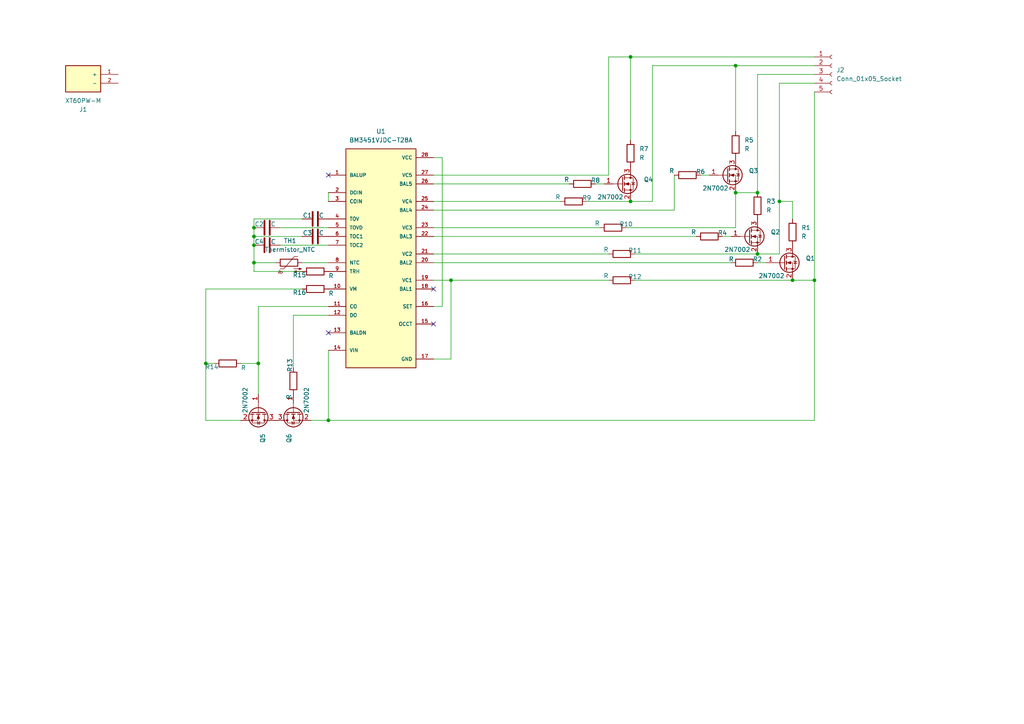
<source format=kicad_sch>
(kicad_sch (version 20250114) (generator "eeschema") (generator_version "9.0")
  (paper "A4")
  (lib_symbols
    (symbol "BM3451VJDC-T28A:BM3451VJDC-T28A" (pin_names (offset 1.016))
      (property "Reference" "U" (at -10.16 31.242 0))
      (property "Value" "BM3451VJDC-T28A" (at -10.16 -35.56 0))
      (symbol "BM3451VJDC-T28A_0_0"
        (rectangle (start -10.16 -33.02) (end 10.16 30.48) (stroke (width 0.254)) (fill (type background)))
        (pin passive line (at -15.24 22.86 0) (length 5.08) (name "BALUP") (number "1"))
        (pin passive line (at -15.24 17.78 0) (length 5.08) (name "DOIN") (number "2"))
        (pin passive line (at -15.24 15.24 0) (length 5.08) (name "COIN") (number "3"))
        (pin passive line (at -15.24 10.16 0) (length 5.08) (name "TOV") (number "4"))
        (pin passive line (at -15.24 7.62 0) (length 5.08) (name "TOVD") (number "5"))
        (pin passive line (at -15.24 5.08 0) (length 5.08) (name "TOC1") (number "6"))
        (pin passive line (at -15.24 2.54 0) (length 5.08) (name "TOC2") (number "7"))
        (pin passive line (at -15.24 -2.54 0) (length 5.08) (name "NTC") (number "8"))
        (pin passive line (at -15.24 -5.08 0) (length 5.08) (name "TRH") (number "9"))
        (pin passive line (at -15.24 -10.16 0) (length 5.08) (name "VM") (number "10"))
        (pin output line (at -15.24 -15.24 0) (length 5.08) (name "CO") (number "11"))
        (pin output line (at -15.24 -17.78 0) (length 5.08) (name "DO") (number "12"))
        (pin passive line (at -15.24 -22.86 0) (length 5.08) (name "BALDN") (number "13"))
        (pin input line (at -15.24 -27.94 0) (length 5.08) (name "VIN") (number "14"))
        (pin power_in line (at 15.24 27.94 180) (length 5.08) (name "VCC") (number "28"))
        (pin input line (at 15.24 22.86 180) (length 5.08) (name "VC5") (number "27"))
        (pin passive line (at 15.24 20.32 180) (length 5.08) (name "BAL5") (number "26"))
        (pin input line (at 15.24 15.24 180) (length 5.08) (name "VC4") (number "25"))
        (pin passive line (at 15.24 12.7 180) (length 5.08) (name "BAL4") (number "24"))
        (pin input line (at 15.24 7.62 180) (length 5.08) (name "VC3") (number "23"))
        (pin passive line (at 15.24 5.08 180) (length 5.08) (name "BAL3") (number "22"))
        (pin input line (at 15.24 0 180) (length 5.08) (name "VC2") (number "21"))
        (pin passive line (at 15.24 -2.54 180) (length 5.08) (name "BAL2") (number "20"))
        (pin input line (at 15.24 -7.62 180) (length 5.08) (name "VC1") (number "19"))
        (pin passive line (at 15.24 -10.16 180) (length 5.08) (name "BAL1") (number "18"))
        (pin passive line (at 15.24 -15.24 180) (length 5.08) (name "SET") (number "16"))
        (pin passive line (at 15.24 -20.32 180) (length 5.08) (name "OCCT") (number "15"))
        (pin power_in line (at 15.24 -30.48 180) (length 5.08) (name "GND") (number "17"))
      )
    )
    (symbol "Connector:Conn_01x05_Socket" (pin_names (offset 1.016) (hide yes))
      (property "Reference" "J" (at 0 7.62 0))
      (property "Value" "Conn_01x05_Socket" (at 0 -7.62 0))
      (symbol "Conn_01x05_Socket_1_1"
        (polyline (pts (xy -1.27 5.08) (xy -0.508 5.08)) (stroke (width 0.1524)))
        (polyline (pts (xy -1.27 2.54) (xy -0.508 2.54)) (stroke (width 0.1524)))
        (polyline (pts (xy -1.27 0) (xy -0.508 0)) (stroke (width 0.1524)))
        (polyline (pts (xy -1.27 -2.54) (xy -0.508 -2.54)) (stroke (width 0.1524)))
        (polyline (pts (xy -1.27 -5.08) (xy -0.508 -5.08)) (stroke (width 0.1524)))
        (arc (start 0 4.572) (mid -0.5058 5.08) (end 0 5.588) (stroke (width 0.1524)))
        (arc (start 0 2.032) (mid -0.5058 2.54) (end 0 3.048) (stroke (width 0.1524)))
        (arc (start 0 -0.508) (mid -0.5058 0) (end 0 0.508) (stroke (width 0.1524)))
        (arc (start 0 -3.048) (mid -0.5058 -2.54) (end 0 -2.032) (stroke (width 0.1524)))
        (arc (start 0 -5.588) (mid -0.5058 -5.08) (end 0 -4.572) (stroke (width 0.1524)))
        (pin passive line (at -5.08 5.08 0) (length 3.81) (name "Pin_1") (number "1"))
        (pin passive line (at -5.08 2.54 0) (length 3.81) (name "Pin_2") (number "2"))
        (pin passive line (at -5.08 0 0) (length 3.81) (name "Pin_3") (number "3"))
        (pin passive line (at -5.08 -2.54 0) (length 3.81) (name "Pin_4") (number "4"))
        (pin passive line (at -5.08 -5.08 0) (length 3.81) (name "Pin_5") (number "5"))
      )
    )
    (symbol "Device:C" (pin_numbers (hide yes)) (pin_names (offset 0.254))
      (property "Reference" "C" (at 0.635 2.54 0))
      (property "Value" "C" (at 0.635 -2.54 0))
      (symbol "C_0_1"
        (polyline (pts (xy -2.032 0.762) (xy 2.032 0.762)) (stroke (width 0.508)))
        (polyline (pts (xy -2.032 -0.762) (xy 2.032 -0.762)) (stroke (width 0.508)))
      )
      (symbol "C_1_1"
        (pin passive line (at 0 3.81 270) (length 2.794) (name "~") (number "1"))
        (pin passive line (at 0 -3.81 90) (length 2.794) (name "~") (number "2"))
      )
    )
    (symbol "Device:R" (pin_numbers (hide yes)) (pin_names (offset 0))
      (property "Reference" "R" (at 2.032 0 90))
      (property "Value" "R" (at 0 0 90))
      (symbol "R_0_1"
        (rectangle (start -1.016 -2.54) (end 1.016 2.54) (stroke (width 0.254)))
      )
      (symbol "R_1_1"
        (pin passive line (at 0 3.81 270) (length 1.27) (name "~") (number "1"))
        (pin passive line (at 0 -3.81 90) (length 1.27) (name "~") (number "2"))
      )
    )
    (symbol "Device:Thermistor_NTC" (pin_numbers (hide yes)) (pin_names (offset 0))
      (property "Reference" "TH" (at -4.445 0 90))
      (property "Value" "Thermistor_NTC" (at 3.175 0 90))
      (symbol "Thermistor_NTC_0_1"
        (arc (start -3.175 2.413) (mid -3.0506 2.3165) (end -3.048 2.159))
        (arc (start -3.048 2.794) (mid -2.9736 2.9736) (end -2.794 3.048))
        (arc (start -2.794 3.048) (mid -2.6144 2.9736) (end -2.54 2.794))
        (arc (start -2.794 2.54) (mid -2.9736 2.6144) (end -3.048 2.794))
        (arc (start -2.794 1.905) (mid -2.9736 1.9794) (end -3.048 2.159))
        (arc (start -2.54 2.159) (mid -2.6144 1.9794) (end -2.794 1.905))
        (arc (start -2.159 2.794) (mid -2.434 2.5608) (end -2.794 2.54))
        (polyline (pts (xy -2.54 2.159) (xy -2.54 2.794)))
        (polyline (pts (xy -2.54 -3.683) (xy -2.54 -1.397) (xy -2.794 -2.159) (xy -2.286 -2.159) (xy -2.54 -1.397) (xy -2.54 -1.651)) (fill (type outline)))
        (polyline (pts (xy -1.778 2.54) (xy -1.778 1.524) (xy 1.778 -1.524) (xy 1.778 -2.54)))
        (polyline (pts (xy -1.778 -1.397) (xy -1.778 -3.683) (xy -2.032 -2.921) (xy -1.524 -2.921) (xy -1.778 -3.683) (xy -1.778 -3.429)) (fill (type outline)))
        (rectangle (start -1.016 2.54) (end 1.016 -2.54) (stroke (width 0.254)))
      )
      (symbol "Thermistor_NTC_1_1"
        (pin passive line (at 0 3.81 270) (length 1.27) (name "~") (number "1"))
        (pin passive line (at 0 -3.81 90) (length 1.27) (name "~") (number "2"))
      )
    )
    (symbol "Transistor_FET:2N7002" (pin_names (hide yes))
      (property "Reference" "Q" (at 5.08 1.905 0))
      (property "Value" "2N7002" (at 5.08 0 0))
      (symbol "2N7002_0_1"
        (polyline (pts (xy 0.254 1.905) (xy 0.254 -1.905)) (stroke (width 0.254)))
        (polyline (pts (xy 0.254 0) (xy -2.54 0)))
        (polyline (pts (xy 0.762 2.286) (xy 0.762 1.27)) (stroke (width 0.254)))
        (polyline (pts (xy 0.762 0.508) (xy 0.762 -0.508)) (stroke (width 0.254)))
        (polyline (pts (xy 0.762 -1.27) (xy 0.762 -2.286)) (stroke (width 0.254)))
        (polyline (pts (xy 0.762 -1.778) (xy 3.302 -1.778) (xy 3.302 1.778) (xy 0.762 1.778)))
        (polyline (pts (xy 1.016 0) (xy 2.032 0.381) (xy 2.032 -0.381) (xy 1.016 0)) (fill (type outline)))
        (circle (center 1.651 0) (radius 2.794) (stroke (width 0.254)))
        (polyline (pts (xy 2.54 2.54) (xy 2.54 1.778)))
        (circle (center 2.54 1.778) (radius 0.254) (fill (type outline)))
        (circle (center 2.54 -1.778) (radius 0.254) (fill (type outline)))
        (polyline (pts (xy 2.54 -2.54) (xy 2.54 0) (xy 0.762 0)))
        (polyline (pts (xy 2.794 0.508) (xy 2.921 0.381) (xy 3.683 0.381) (xy 3.81 0.254)))
        (polyline (pts (xy 3.302 0.381) (xy 2.921 -0.254) (xy 3.683 -0.254) (xy 3.302 0.381)))
      )
      (symbol "2N7002_1_1"
        (pin input line (at -5.08 0 0) (length 2.54) (name "G") (number "1"))
        (pin passive line (at 2.54 5.08 270) (length 2.54) (name "D") (number "3"))
        (pin passive line (at 2.54 -5.08 90) (length 2.54) (name "S") (number "2"))
      )
    )
    (symbol "XT60PW-M:XT60PW-M" (pin_names (offset 1.016))
      (property "Reference" "J" (at -5.08 5.7234 0))
      (property "Value" "XT60PW-M" (at -5.08 -5.0923 0))
      (symbol "XT60PW-M_0_0"
        (rectangle (start -5.08 -2.54) (end 5.08 5.08) (stroke (width 0.254)) (fill (type background)))
        (pin passive line (at -10.16 2.54 0) (length 5.08) (name "+") (number "1"))
        (pin passive line (at -10.16 0 0) (length 5.08) (name "-") (number "2"))
      )
    )
  )
  (junction (at 73.66 71.12))
  (junction (at 219.71 73.66))
  (junction (at 182.88 16.51))
  (junction (at 182.88 58.42))
  (junction (at 73.66 68.58))
  (junction (at 229.87 81.28))
  (junction (at 59.69 105.41))
  (junction (at 74.93 105.41))
  (junction (at 73.66 66.04))
  (junction (at 226.06 58.42))
  (junction (at 213.36 55.88))
  (junction (at 130.81 81.28))
  (junction (at 95.25 121.92))
  (junction (at 73.66 76.2))
  (junction (at 219.71 55.88))
  (junction (at 236.22 81.28))
  (junction (at 213.36 19.05))
  (no_connect (at 125.73 83.82))
  (no_connect (at 95.25 96.52))
  (no_connect (at 125.73 93.98))
  (no_connect (at 95.25 50.8))
  (wire (pts (xy 213.36 19.05) (xy 213.36 38.1)))
  (wire (pts (xy 189.23 19.05) (xy 213.36 19.05)))
  (wire (pts (xy 209.55 68.58) (xy 212.09 68.58)))
  (wire (pts (xy 176.53 16.51) (xy 176.53 50.8)))
  (wire (pts (xy 73.66 66.04) (xy 73.66 68.58)))
  (wire (pts (xy 125.73 68.58) (xy 201.93 68.58)))
  (wire (pts (xy 130.81 81.28) (xy 125.73 81.28)))
  (wire (pts (xy 87.63 68.58) (xy 73.66 68.58)))
  (wire (pts (xy 62.23 105.41) (xy 59.69 105.41)))
  (wire (pts (xy 213.36 66.04) (xy 213.36 55.88)))
  (wire (pts (xy 69.85 105.41) (xy 74.93 105.41)))
  (wire (pts (xy 125.73 66.04) (xy 173.99 66.04)))
  (wire (pts (xy 81.28 71.12) (xy 95.25 71.12)))
  (wire (pts (xy 182.88 16.51) (xy 182.88 40.64)))
  (wire (pts (xy 219.71 21.59) (xy 219.71 55.88)))
  (wire (pts (xy 73.66 71.12) (xy 73.66 76.2)))
  (wire (pts (xy 189.23 19.05) (xy 189.23 58.42)))
  (wire (pts (xy 125.73 60.96) (xy 195.58 60.96)))
  (wire (pts (xy 59.69 105.41) (xy 59.69 121.92)))
  (wire (pts (xy 226.06 73.66) (xy 226.06 58.42)))
  (wire (pts (xy 59.69 83.82) (xy 59.69 105.41)))
  (wire (pts (xy 172.72 53.34) (xy 175.26 53.34)))
  (wire (pts (xy 85.09 106.68) (xy 85.09 91.44)))
  (wire (pts (xy 181.61 66.04) (xy 213.36 66.04)))
  (wire (pts (xy 125.73 104.14) (xy 130.81 104.14)))
  (wire (pts (xy 219.71 76.2) (xy 222.25 76.2)))
  (wire (pts (xy 85.09 91.44) (xy 95.25 91.44)))
  (wire (pts (xy 176.53 16.51) (xy 182.88 16.51)))
  (wire (pts (xy 128.27 88.9) (xy 128.27 45.72)))
  (wire (pts (xy 130.81 81.28) (xy 176.53 81.28)))
  (wire (pts (xy 87.63 83.82) (xy 59.69 83.82)))
  (wire (pts (xy 229.87 58.42) (xy 226.06 58.42)))
  (wire (pts (xy 95.25 101.6) (xy 95.25 121.92)))
  (wire (pts (xy 184.15 81.28) (xy 229.87 81.28)))
  (wire (pts (xy 125.73 73.66) (xy 176.53 73.66)))
  (wire (pts (xy 213.36 19.05) (xy 236.22 19.05)))
  (wire (pts (xy 125.73 58.42) (xy 162.56 58.42)))
  (wire (pts (xy 130.81 104.14) (xy 130.81 81.28)))
  (wire (pts (xy 170.18 58.42) (xy 182.88 58.42)))
  (wire (pts (xy 81.28 66.04) (xy 95.25 66.04)))
  (wire (pts (xy 125.73 88.9) (xy 128.27 88.9)))
  (wire (pts (xy 128.27 45.72) (xy 125.73 45.72)))
  (wire (pts (xy 59.69 121.92) (xy 69.85 121.92)))
  (wire (pts (xy 182.88 16.51) (xy 236.22 16.51)))
  (wire (pts (xy 213.36 55.88) (xy 219.71 55.88)))
  (wire (pts (xy 125.73 76.2) (xy 212.09 76.2)))
  (wire (pts (xy 229.87 81.28) (xy 236.22 81.28)))
  (wire (pts (xy 226.06 24.13) (xy 226.06 58.42)))
  (wire (pts (xy 73.66 63.5) (xy 73.66 66.04)))
  (wire (pts (xy 236.22 81.28) (xy 236.22 26.67)))
  (wire (pts (xy 73.66 78.74) (xy 87.63 78.74)))
  (wire (pts (xy 219.71 21.59) (xy 236.22 21.59)))
  (wire (pts (xy 182.88 58.42) (xy 189.23 58.42)))
  (wire (pts (xy 90.17 121.92) (xy 95.25 121.92)))
  (wire (pts (xy 229.87 58.42) (xy 229.87 63.5)))
  (wire (pts (xy 73.66 76.2) (xy 80.01 76.2)))
  (wire (pts (xy 73.66 68.58) (xy 73.66 71.12)))
  (wire (pts (xy 226.06 24.13) (xy 236.22 24.13)))
  (wire (pts (xy 184.15 73.66) (xy 219.71 73.66)))
  (wire (pts (xy 203.2 50.8) (xy 205.74 50.8)))
  (wire (pts (xy 95.25 55.88) (xy 95.25 58.42)))
  (wire (pts (xy 87.63 76.2) (xy 95.25 76.2)))
  (wire (pts (xy 74.93 105.41) (xy 74.93 114.3)))
  (wire (pts (xy 219.71 73.66) (xy 226.06 73.66)))
  (wire (pts (xy 125.73 53.34) (xy 165.1 53.34)))
  (wire (pts (xy 236.22 121.92) (xy 236.22 81.28)))
  (wire (pts (xy 95.25 121.92) (xy 236.22 121.92)))
  (wire (pts (xy 73.66 76.2) (xy 73.66 78.74)))
  (wire (pts (xy 74.93 88.9) (xy 74.93 105.41)))
  (wire (pts (xy 176.53 50.8) (xy 125.73 50.8)))
  (wire (pts (xy 195.58 50.8) (xy 195.58 60.96)))
  (wire (pts (xy 87.63 63.5) (xy 73.66 63.5)))
  (wire (pts (xy 95.25 88.9) (xy 74.93 88.9)))
  (symbol (lib_id "Device:R") (at 182.88 44.45 0) (unit 1)
    (property "Reference" "R7" (at 185.42 43.1799 0) (effects (justify left)))
    (property "Value" "R" (at 185.42 45.7199 0) (effects (justify left)))
    (property "Description" "Resistor" (effects (hide yes)))
  )
  (symbol (lib_id "Device:C") (at 77.47 71.12 90) (unit 1)
    (property "Reference" "C4" (at 75.184 70.104 90))
    (property "Value" "C" (at 79.248 70.104 90))
    (property "Description" "Unpolarized capacitor" (effects (hide yes)))
  )
  (symbol (lib_id "Device:R") (at 180.34 73.66 90) (unit 1)
    (property "Reference" "R11" (at 184.15 72.644 90))
    (property "Value" "R" (at 175.768 72.39 90))
    (property "Description" "Resistor" (effects (hide yes)))
  )
  (symbol (lib_id "Connector:Conn_01x05_Socket") (at 241.3 21.59 0) (unit 1)
    (property "Reference" "J2" (at 242.57 20.3199 0) (effects (justify left)))
    (property "Value" "Conn_01x05_Socket" (at 242.57 22.8599 0) (effects (justify left)))
    (property "Description" "Generic connector, single row, 01x05, script generated" (effects (hide yes)))
  )
  (symbol (lib_id "Device:R") (at 219.71 59.69 0) (unit 1)
    (property "Reference" "R3" (at 222.25 58.4199 0) (effects (justify left)))
    (property "Value" "R" (at 222.25 60.9599 0) (effects (justify left)))
    (property "Description" "Resistor" (effects (hide yes)))
  )
  (symbol (lib_id "Transistor_FET:2N7002") (at 74.93 119.38 270) (unit 1)
    (property "Reference" "Q5" (at 76.2001 125.73 0) (effects (justify left)))
    (property "Value" "2N7002" (at 71.12 112.268 0) (effects (justify left)))
    (property "Footprint" "Package_TO_SOT_SMD:SOT-23" (effects (hide yes)))
    (property "Datasheet" "https://www.onsemi.com/pub/Collateral/NDS7002A-D.PDF" (effects (hide yes)))
    (property "Description" "0.115A Id, 60V Vds, N-Channel MOSFET, SOT-23" (effects (hide yes)))
  )
  (symbol (lib_id "Transistor_FET:2N7002") (at 227.33 76.2 0) (unit 1)
    (property "Reference" "Q1" (at 233.68 74.9299 0) (effects (justify left)))
    (property "Value" "2N7002" (at 219.964 80.01 0) (effects (justify left)))
    (property "Footprint" "Package_TO_SOT_SMD:SOT-23" (effects (hide yes)))
    (property "Datasheet" "https://www.onsemi.com/pub/Collateral/NDS7002A-D.PDF" (effects (hide yes)))
    (property "Description" "0.115A Id, 60V Vds, N-Channel MOSFET, SOT-23" (effects (hide yes)))
  )
  (symbol (lib_id "Device:C") (at 91.44 68.58 90) (unit 1)
    (property "Reference" "C3" (at 89.154 67.564 90))
    (property "Value" "C" (at 93.218 67.564 90))
    (property "Description" "Unpolarized capacitor" (effects (hide yes)))
  )
  (symbol (lib_id "Device:R") (at 168.91 53.34 90) (unit 1)
    (property "Reference" "R8" (at 172.72 52.324 90))
    (property "Value" "R" (at 164.338 52.07 90))
    (property "Description" "Resistor" (effects (hide yes)))
  )
  (symbol (lib_id "Device:R") (at 205.74 68.58 90) (unit 1)
    (property "Reference" "R4" (at 209.55 67.564 90))
    (property "Value" "R" (at 201.168 67.31 90))
    (property "Description" "Resistor" (effects (hide yes)))
  )
  (symbol (lib_id "Transistor_FET:2N7002") (at 210.82 50.8 0) (unit 1)
    (property "Reference" "Q3" (at 217.17 49.5299 0) (effects (justify left)))
    (property "Value" "2N7002" (at 203.708 54.61 0) (effects (justify left)))
    (property "Footprint" "Package_TO_SOT_SMD:SOT-23" (effects (hide yes)))
    (property "Datasheet" "https://www.onsemi.com/pub/Collateral/NDS7002A-D.PDF" (effects (hide yes)))
    (property "Description" "0.115A Id, 60V Vds, N-Channel MOSFET, SOT-23" (effects (hide yes)))
  )
  (symbol (lib_id "Device:R") (at 213.36 41.91 0) (unit 1)
    (property "Reference" "R5" (at 215.9 40.6399 0) (effects (justify left)))
    (property "Value" "R" (at 215.9 43.1799 0) (effects (justify left)))
    (property "Description" "Resistor" (effects (hide yes)))
  )
  (symbol (lib_id "Device:R") (at 199.39 50.8 90) (unit 1)
    (property "Reference" "R6" (at 203.2 49.784 90))
    (property "Value" "R" (at 194.818 49.53 90))
    (property "Description" "Resistor" (effects (hide yes)))
  )
  (symbol (lib_id "Device:R") (at 91.44 78.74 270) (unit 1)
    (property "Reference" "R15" (at 86.868 79.756 90))
    (property "Value" "R" (at 96.012 80.01 90))
    (property "Description" "Resistor" (effects (hide yes)))
  )
  (symbol (lib_id "Transistor_FET:2N7002") (at 180.34 53.34 0) (unit 1)
    (property "Reference" "Q4" (at 186.69 52.0699 0) (effects (justify left)))
    (property "Value" "2N7002" (at 173.228 57.15 0) (effects (justify left)))
    (property "Footprint" "Package_TO_SOT_SMD:SOT-23" (effects (hide yes)))
    (property "Datasheet" "https://www.onsemi.com/pub/Collateral/NDS7002A-D.PDF" (effects (hide yes)))
    (property "Description" "0.115A Id, 60V Vds, N-Channel MOSFET, SOT-23" (effects (hide yes)))
  )
  (symbol (lib_id "Device:R") (at 229.87 67.31 0) (unit 1)
    (property "Reference" "R1" (at 232.41 66.0399 0) (effects (justify left)))
    (property "Value" "R" (at 232.41 68.5799 0) (effects (justify left)))
    (property "Description" "Resistor" (effects (hide yes)))
  )
  (symbol (lib_id "Device:R") (at 177.8 66.04 90) (unit 1)
    (property "Reference" "R10" (at 181.61 65.024 90))
    (property "Value" "R" (at 173.228 64.77 90))
    (property "Description" "Resistor" (effects (hide yes)))
  )
  (symbol (lib_id "Device:C") (at 91.44 63.5 90) (unit 1)
    (property "Reference" "C1" (at 89.154 62.484 90))
    (property "Value" "C" (at 93.218 62.484 90))
    (property "Description" "Unpolarized capacitor" (effects (hide yes)))
  )
  (symbol (lib_id "Device:R") (at 180.34 81.28 90) (unit 1)
    (property "Reference" "R12" (at 184.15 80.264 90))
    (property "Value" "R" (at 175.768 80.01 90))
    (property "Description" "Resistor" (effects (hide yes)))
  )
  (symbol (lib_id "Device:Thermistor_NTC") (at 83.82 76.2 90) (unit 1)
    (property "Reference" "TH1" (at 84.1375 69.85 90))
    (property "Value" "Thermistor_NTC" (at 84.1375 72.39 90))
    (property "Description" "Temperature dependent resistor, negative temperature coefficient" (effects (hide yes)))
  )
  (symbol (lib_id "Device:R") (at 91.44 83.82 270) (unit 1)
    (property "Reference" "R16" (at 86.868 84.836 90))
    (property "Value" "R" (at 96.012 85.09 90))
    (property "Description" "Resistor" (effects (hide yes)))
  )
  (symbol (lib_id "XT60PW-M:XT60PW-M") (at 24.13 24.13 0) (mirror y) (unit 1)
    (property "Reference" "J1" (at 24.13 31.75 0))
    (property "Value" "XT60PW-M" (at 24.13 29.21 0))
    (property "Footprint" "XT60PW-M:AMASS_XT60PW-M" (effects (hide yes)))
    (property "MF" "AMASS" (effects (hide yes)))
    (property "MAXIMUM_PACKAGE_HEIGHT" "8.4 mm" (effects (hide yes)))
    (property "Package" "Package" (effects (hide yes)))
    (property "Price" "None" (effects (hide yes)))
    (property "Check_prices" "https://www.snapeda.com/parts/XT60PW-M/AMASS/view-part/?ref=eda" (effects (hide yes)))
    (property "STANDARD" "Manufacturer recommendations" (effects (hide yes)))
    (property "PARTREV" "V1.2" (effects (hide yes)))
    (property "SnapEDA_Link" "https://www.snapeda.com/parts/XT60PW-M/AMASS/view-part/?ref=snap" (effects (hide yes)))
    (property "MP" "XT60PW-M" (effects (hide yes)))
    (property "Description_1" "Socket, DC supply, male, PIN: 2" (effects (hide yes)))
    (property "Availability" "In Stock" (effects (hide yes)))
    (property "MANUFACTURER" "AMASS" (effects (hide yes)))
  )
  (symbol (lib_id "Transistor_FET:2N7002") (at 85.09 119.38 90) (mirror x) (unit 1)
    (property "Reference" "Q6" (at 83.8199 125.73 0) (effects (justify left)))
    (property "Value" "2N7002" (at 88.9 112.268 0) (effects (justify left)))
    (property "Footprint" "Package_TO_SOT_SMD:SOT-23" (effects (hide yes)))
    (property "Datasheet" "https://www.onsemi.com/pub/Collateral/NDS7002A-D.PDF" (effects (hide yes)))
    (property "Description" "0.115A Id, 60V Vds, N-Channel MOSFET, SOT-23" (effects (hide yes)))
  )
  (symbol (lib_id "Device:R") (at 166.37 58.42 90) (unit 1)
    (property "Reference" "R9" (at 170.18 57.404 90))
    (property "Value" "R" (at 161.798 57.15 90))
    (property "Description" "Resistor" (effects (hide yes)))
  )
  (symbol (lib_id "Device:R") (at 215.9 76.2 90) (unit 1)
    (property "Reference" "R2" (at 219.71 75.184 90))
    (property "Value" "R" (at 212.09 75.184 90))
    (property "Description" "Resistor" (effects (hide yes)))
  )
  (symbol (lib_id "Device:R") (at 85.09 110.49 180) (unit 1)
    (property "Reference" "R13" (at 84.074 105.918 90))
    (property "Value" "R" (at 83.82 115.062 90))
    (property "Description" "Resistor" (effects (hide yes)))
  )
  (symbol (lib_id "Transistor_FET:2N7002") (at 217.17 68.58 0) (unit 1)
    (property "Reference" "Q2" (at 223.52 67.3099 0) (effects (justify left)))
    (property "Value" "2N7002" (at 210.058 72.39 0) (effects (justify left)))
    (property "Footprint" "Package_TO_SOT_SMD:SOT-23" (effects (hide yes)))
    (property "Datasheet" "https://www.onsemi.com/pub/Collateral/NDS7002A-D.PDF" (effects (hide yes)))
    (property "Description" "0.115A Id, 60V Vds, N-Channel MOSFET, SOT-23" (effects (hide yes)))
  )
  (symbol (lib_id "Device:C") (at 77.47 66.04 90) (unit 1)
    (property "Reference" "C2" (at 75.184 65.024 90))
    (property "Value" "C" (at 79.248 65.024 90))
    (property "Description" "Unpolarized capacitor" (effects (hide yes)))
  )
  (symbol (lib_id "BM3451VJDC-T28A:BM3451VJDC-T28A") (at 110.49 73.66 0) (unit 1)
    (property "Reference" "U1" (at 110.49 38.1 0))
    (property "Value" "BM3451VJDC-T28A" (at 110.49 40.64 0))
    (property "Footprint" "BM3451VJDC-T28A:SOP65P640X120-28N" (effects (hide yes)))
    (property "MF" "BYD" (effects (hide yes)))
    (property "MAXIMUM_PACKAGE_HEIGHT" "1.2 mm" (effects (hide yes)))
    (property "Package" "Package" (effects (hide yes)))
    (property "Price" "None" (effects (hide yes)))
    (property "Check_prices" "https://www.snapeda.com/parts/BM3451VJDC-T28A/BYD/view-part/?ref=eda" (effects (hide yes)))
    (property "STANDARD" "IPC 7351B" (effects (hide yes)))
    (property "PARTREV" "A/1" (effects (hide yes)))
    (property "SnapEDA_Link" "https://www.snapeda.com/parts/BM3451VJDC-T28A/BYD/view-part/?ref=snap" (effects (hide yes)))
    (property "MP" "BM3451VJDC-T28A" (effects (hide yes)))
    (property "Description_1" "The BM3451 is a professional protection IC for 3/4/5 cells rechargeable battery pack; it is highly\nintegrated, and generally used in power tools, electric bicycles and UPS applications." (effects (hide yes)))
    (property "Availability" "Not in stock" (effects (hide yes)))
    (property "MANUFACTURER" "BYD" (effects (hide yes)))
  )
  (symbol (lib_id "Device:R") (at 66.04 105.41 270) (unit 1)
    (property "Reference" "R14" (at 61.468 106.426 90))
    (property "Value" "R" (at 70.612 106.68 90))
    (property "Description" "Resistor" (effects (hide yes)))
  )
)
</source>
